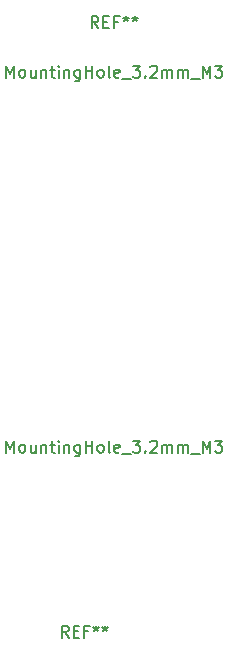
<source format=gbr>
%TF.GenerationSoftware,KiCad,Pcbnew,7.0.7*%
%TF.CreationDate,2023-09-12T23:40:55-05:00*%
%TF.ProjectId,Temps_South,54656d70-735f-4536-9f75-74682e6b6963,B*%
%TF.SameCoordinates,Original*%
%TF.FileFunction,AssemblyDrawing,Top*%
%FSLAX46Y46*%
G04 Gerber Fmt 4.6, Leading zero omitted, Abs format (unit mm)*
G04 Created by KiCad (PCBNEW 7.0.7) date 2023-09-12 23:40:55*
%MOMM*%
%LPD*%
G01*
G04 APERTURE LIST*
%ADD10C,0.150000*%
G04 APERTURE END LIST*
D10*
X108988352Y-64344819D02*
X108988352Y-63344819D01*
X108988352Y-63344819D02*
X109321685Y-64059104D01*
X109321685Y-64059104D02*
X109655018Y-63344819D01*
X109655018Y-63344819D02*
X109655018Y-64344819D01*
X110274066Y-64344819D02*
X110178828Y-64297200D01*
X110178828Y-64297200D02*
X110131209Y-64249580D01*
X110131209Y-64249580D02*
X110083590Y-64154342D01*
X110083590Y-64154342D02*
X110083590Y-63868628D01*
X110083590Y-63868628D02*
X110131209Y-63773390D01*
X110131209Y-63773390D02*
X110178828Y-63725771D01*
X110178828Y-63725771D02*
X110274066Y-63678152D01*
X110274066Y-63678152D02*
X110416923Y-63678152D01*
X110416923Y-63678152D02*
X110512161Y-63725771D01*
X110512161Y-63725771D02*
X110559780Y-63773390D01*
X110559780Y-63773390D02*
X110607399Y-63868628D01*
X110607399Y-63868628D02*
X110607399Y-64154342D01*
X110607399Y-64154342D02*
X110559780Y-64249580D01*
X110559780Y-64249580D02*
X110512161Y-64297200D01*
X110512161Y-64297200D02*
X110416923Y-64344819D01*
X110416923Y-64344819D02*
X110274066Y-64344819D01*
X111464542Y-63678152D02*
X111464542Y-64344819D01*
X111035971Y-63678152D02*
X111035971Y-64201961D01*
X111035971Y-64201961D02*
X111083590Y-64297200D01*
X111083590Y-64297200D02*
X111178828Y-64344819D01*
X111178828Y-64344819D02*
X111321685Y-64344819D01*
X111321685Y-64344819D02*
X111416923Y-64297200D01*
X111416923Y-64297200D02*
X111464542Y-64249580D01*
X111940733Y-63678152D02*
X111940733Y-64344819D01*
X111940733Y-63773390D02*
X111988352Y-63725771D01*
X111988352Y-63725771D02*
X112083590Y-63678152D01*
X112083590Y-63678152D02*
X112226447Y-63678152D01*
X112226447Y-63678152D02*
X112321685Y-63725771D01*
X112321685Y-63725771D02*
X112369304Y-63821009D01*
X112369304Y-63821009D02*
X112369304Y-64344819D01*
X112702638Y-63678152D02*
X113083590Y-63678152D01*
X112845495Y-63344819D02*
X112845495Y-64201961D01*
X112845495Y-64201961D02*
X112893114Y-64297200D01*
X112893114Y-64297200D02*
X112988352Y-64344819D01*
X112988352Y-64344819D02*
X113083590Y-64344819D01*
X113416924Y-64344819D02*
X113416924Y-63678152D01*
X113416924Y-63344819D02*
X113369305Y-63392438D01*
X113369305Y-63392438D02*
X113416924Y-63440057D01*
X113416924Y-63440057D02*
X113464543Y-63392438D01*
X113464543Y-63392438D02*
X113416924Y-63344819D01*
X113416924Y-63344819D02*
X113416924Y-63440057D01*
X113893114Y-63678152D02*
X113893114Y-64344819D01*
X113893114Y-63773390D02*
X113940733Y-63725771D01*
X113940733Y-63725771D02*
X114035971Y-63678152D01*
X114035971Y-63678152D02*
X114178828Y-63678152D01*
X114178828Y-63678152D02*
X114274066Y-63725771D01*
X114274066Y-63725771D02*
X114321685Y-63821009D01*
X114321685Y-63821009D02*
X114321685Y-64344819D01*
X115226447Y-63678152D02*
X115226447Y-64487676D01*
X115226447Y-64487676D02*
X115178828Y-64582914D01*
X115178828Y-64582914D02*
X115131209Y-64630533D01*
X115131209Y-64630533D02*
X115035971Y-64678152D01*
X115035971Y-64678152D02*
X114893114Y-64678152D01*
X114893114Y-64678152D02*
X114797876Y-64630533D01*
X115226447Y-64297200D02*
X115131209Y-64344819D01*
X115131209Y-64344819D02*
X114940733Y-64344819D01*
X114940733Y-64344819D02*
X114845495Y-64297200D01*
X114845495Y-64297200D02*
X114797876Y-64249580D01*
X114797876Y-64249580D02*
X114750257Y-64154342D01*
X114750257Y-64154342D02*
X114750257Y-63868628D01*
X114750257Y-63868628D02*
X114797876Y-63773390D01*
X114797876Y-63773390D02*
X114845495Y-63725771D01*
X114845495Y-63725771D02*
X114940733Y-63678152D01*
X114940733Y-63678152D02*
X115131209Y-63678152D01*
X115131209Y-63678152D02*
X115226447Y-63725771D01*
X115702638Y-64344819D02*
X115702638Y-63344819D01*
X115702638Y-63821009D02*
X116274066Y-63821009D01*
X116274066Y-64344819D02*
X116274066Y-63344819D01*
X116893114Y-64344819D02*
X116797876Y-64297200D01*
X116797876Y-64297200D02*
X116750257Y-64249580D01*
X116750257Y-64249580D02*
X116702638Y-64154342D01*
X116702638Y-64154342D02*
X116702638Y-63868628D01*
X116702638Y-63868628D02*
X116750257Y-63773390D01*
X116750257Y-63773390D02*
X116797876Y-63725771D01*
X116797876Y-63725771D02*
X116893114Y-63678152D01*
X116893114Y-63678152D02*
X117035971Y-63678152D01*
X117035971Y-63678152D02*
X117131209Y-63725771D01*
X117131209Y-63725771D02*
X117178828Y-63773390D01*
X117178828Y-63773390D02*
X117226447Y-63868628D01*
X117226447Y-63868628D02*
X117226447Y-64154342D01*
X117226447Y-64154342D02*
X117178828Y-64249580D01*
X117178828Y-64249580D02*
X117131209Y-64297200D01*
X117131209Y-64297200D02*
X117035971Y-64344819D01*
X117035971Y-64344819D02*
X116893114Y-64344819D01*
X117797876Y-64344819D02*
X117702638Y-64297200D01*
X117702638Y-64297200D02*
X117655019Y-64201961D01*
X117655019Y-64201961D02*
X117655019Y-63344819D01*
X118559781Y-64297200D02*
X118464543Y-64344819D01*
X118464543Y-64344819D02*
X118274067Y-64344819D01*
X118274067Y-64344819D02*
X118178829Y-64297200D01*
X118178829Y-64297200D02*
X118131210Y-64201961D01*
X118131210Y-64201961D02*
X118131210Y-63821009D01*
X118131210Y-63821009D02*
X118178829Y-63725771D01*
X118178829Y-63725771D02*
X118274067Y-63678152D01*
X118274067Y-63678152D02*
X118464543Y-63678152D01*
X118464543Y-63678152D02*
X118559781Y-63725771D01*
X118559781Y-63725771D02*
X118607400Y-63821009D01*
X118607400Y-63821009D02*
X118607400Y-63916247D01*
X118607400Y-63916247D02*
X118131210Y-64011485D01*
X118797877Y-64440057D02*
X119559781Y-64440057D01*
X119702639Y-63344819D02*
X120321686Y-63344819D01*
X120321686Y-63344819D02*
X119988353Y-63725771D01*
X119988353Y-63725771D02*
X120131210Y-63725771D01*
X120131210Y-63725771D02*
X120226448Y-63773390D01*
X120226448Y-63773390D02*
X120274067Y-63821009D01*
X120274067Y-63821009D02*
X120321686Y-63916247D01*
X120321686Y-63916247D02*
X120321686Y-64154342D01*
X120321686Y-64154342D02*
X120274067Y-64249580D01*
X120274067Y-64249580D02*
X120226448Y-64297200D01*
X120226448Y-64297200D02*
X120131210Y-64344819D01*
X120131210Y-64344819D02*
X119845496Y-64344819D01*
X119845496Y-64344819D02*
X119750258Y-64297200D01*
X119750258Y-64297200D02*
X119702639Y-64249580D01*
X120750258Y-64249580D02*
X120797877Y-64297200D01*
X120797877Y-64297200D02*
X120750258Y-64344819D01*
X120750258Y-64344819D02*
X120702639Y-64297200D01*
X120702639Y-64297200D02*
X120750258Y-64249580D01*
X120750258Y-64249580D02*
X120750258Y-64344819D01*
X121178829Y-63440057D02*
X121226448Y-63392438D01*
X121226448Y-63392438D02*
X121321686Y-63344819D01*
X121321686Y-63344819D02*
X121559781Y-63344819D01*
X121559781Y-63344819D02*
X121655019Y-63392438D01*
X121655019Y-63392438D02*
X121702638Y-63440057D01*
X121702638Y-63440057D02*
X121750257Y-63535295D01*
X121750257Y-63535295D02*
X121750257Y-63630533D01*
X121750257Y-63630533D02*
X121702638Y-63773390D01*
X121702638Y-63773390D02*
X121131210Y-64344819D01*
X121131210Y-64344819D02*
X121750257Y-64344819D01*
X122178829Y-64344819D02*
X122178829Y-63678152D01*
X122178829Y-63773390D02*
X122226448Y-63725771D01*
X122226448Y-63725771D02*
X122321686Y-63678152D01*
X122321686Y-63678152D02*
X122464543Y-63678152D01*
X122464543Y-63678152D02*
X122559781Y-63725771D01*
X122559781Y-63725771D02*
X122607400Y-63821009D01*
X122607400Y-63821009D02*
X122607400Y-64344819D01*
X122607400Y-63821009D02*
X122655019Y-63725771D01*
X122655019Y-63725771D02*
X122750257Y-63678152D01*
X122750257Y-63678152D02*
X122893114Y-63678152D01*
X122893114Y-63678152D02*
X122988353Y-63725771D01*
X122988353Y-63725771D02*
X123035972Y-63821009D01*
X123035972Y-63821009D02*
X123035972Y-64344819D01*
X123512162Y-64344819D02*
X123512162Y-63678152D01*
X123512162Y-63773390D02*
X123559781Y-63725771D01*
X123559781Y-63725771D02*
X123655019Y-63678152D01*
X123655019Y-63678152D02*
X123797876Y-63678152D01*
X123797876Y-63678152D02*
X123893114Y-63725771D01*
X123893114Y-63725771D02*
X123940733Y-63821009D01*
X123940733Y-63821009D02*
X123940733Y-64344819D01*
X123940733Y-63821009D02*
X123988352Y-63725771D01*
X123988352Y-63725771D02*
X124083590Y-63678152D01*
X124083590Y-63678152D02*
X124226447Y-63678152D01*
X124226447Y-63678152D02*
X124321686Y-63725771D01*
X124321686Y-63725771D02*
X124369305Y-63821009D01*
X124369305Y-63821009D02*
X124369305Y-64344819D01*
X124607400Y-64440057D02*
X125369304Y-64440057D01*
X125607400Y-64344819D02*
X125607400Y-63344819D01*
X125607400Y-63344819D02*
X125940733Y-64059104D01*
X125940733Y-64059104D02*
X126274066Y-63344819D01*
X126274066Y-63344819D02*
X126274066Y-64344819D01*
X126655019Y-63344819D02*
X127274066Y-63344819D01*
X127274066Y-63344819D02*
X126940733Y-63725771D01*
X126940733Y-63725771D02*
X127083590Y-63725771D01*
X127083590Y-63725771D02*
X127178828Y-63773390D01*
X127178828Y-63773390D02*
X127226447Y-63821009D01*
X127226447Y-63821009D02*
X127274066Y-63916247D01*
X127274066Y-63916247D02*
X127274066Y-64154342D01*
X127274066Y-64154342D02*
X127226447Y-64249580D01*
X127226447Y-64249580D02*
X127178828Y-64297200D01*
X127178828Y-64297200D02*
X127083590Y-64344819D01*
X127083590Y-64344819D02*
X126797876Y-64344819D01*
X126797876Y-64344819D02*
X126702638Y-64297200D01*
X126702638Y-64297200D02*
X126655019Y-64249580D01*
X116774066Y-60144819D02*
X116440733Y-59668628D01*
X116202638Y-60144819D02*
X116202638Y-59144819D01*
X116202638Y-59144819D02*
X116583590Y-59144819D01*
X116583590Y-59144819D02*
X116678828Y-59192438D01*
X116678828Y-59192438D02*
X116726447Y-59240057D01*
X116726447Y-59240057D02*
X116774066Y-59335295D01*
X116774066Y-59335295D02*
X116774066Y-59478152D01*
X116774066Y-59478152D02*
X116726447Y-59573390D01*
X116726447Y-59573390D02*
X116678828Y-59621009D01*
X116678828Y-59621009D02*
X116583590Y-59668628D01*
X116583590Y-59668628D02*
X116202638Y-59668628D01*
X117202638Y-59621009D02*
X117535971Y-59621009D01*
X117678828Y-60144819D02*
X117202638Y-60144819D01*
X117202638Y-60144819D02*
X117202638Y-59144819D01*
X117202638Y-59144819D02*
X117678828Y-59144819D01*
X118440733Y-59621009D02*
X118107400Y-59621009D01*
X118107400Y-60144819D02*
X118107400Y-59144819D01*
X118107400Y-59144819D02*
X118583590Y-59144819D01*
X119107400Y-59144819D02*
X119107400Y-59382914D01*
X118869305Y-59287676D02*
X119107400Y-59382914D01*
X119107400Y-59382914D02*
X119345495Y-59287676D01*
X118964543Y-59573390D02*
X119107400Y-59382914D01*
X119107400Y-59382914D02*
X119250257Y-59573390D01*
X119869305Y-59144819D02*
X119869305Y-59382914D01*
X119631210Y-59287676D02*
X119869305Y-59382914D01*
X119869305Y-59382914D02*
X120107400Y-59287676D01*
X119726448Y-59573390D02*
X119869305Y-59382914D01*
X119869305Y-59382914D02*
X120012162Y-59573390D01*
X108988352Y-96094819D02*
X108988352Y-95094819D01*
X108988352Y-95094819D02*
X109321685Y-95809104D01*
X109321685Y-95809104D02*
X109655018Y-95094819D01*
X109655018Y-95094819D02*
X109655018Y-96094819D01*
X110274066Y-96094819D02*
X110178828Y-96047200D01*
X110178828Y-96047200D02*
X110131209Y-95999580D01*
X110131209Y-95999580D02*
X110083590Y-95904342D01*
X110083590Y-95904342D02*
X110083590Y-95618628D01*
X110083590Y-95618628D02*
X110131209Y-95523390D01*
X110131209Y-95523390D02*
X110178828Y-95475771D01*
X110178828Y-95475771D02*
X110274066Y-95428152D01*
X110274066Y-95428152D02*
X110416923Y-95428152D01*
X110416923Y-95428152D02*
X110512161Y-95475771D01*
X110512161Y-95475771D02*
X110559780Y-95523390D01*
X110559780Y-95523390D02*
X110607399Y-95618628D01*
X110607399Y-95618628D02*
X110607399Y-95904342D01*
X110607399Y-95904342D02*
X110559780Y-95999580D01*
X110559780Y-95999580D02*
X110512161Y-96047200D01*
X110512161Y-96047200D02*
X110416923Y-96094819D01*
X110416923Y-96094819D02*
X110274066Y-96094819D01*
X111464542Y-95428152D02*
X111464542Y-96094819D01*
X111035971Y-95428152D02*
X111035971Y-95951961D01*
X111035971Y-95951961D02*
X111083590Y-96047200D01*
X111083590Y-96047200D02*
X111178828Y-96094819D01*
X111178828Y-96094819D02*
X111321685Y-96094819D01*
X111321685Y-96094819D02*
X111416923Y-96047200D01*
X111416923Y-96047200D02*
X111464542Y-95999580D01*
X111940733Y-95428152D02*
X111940733Y-96094819D01*
X111940733Y-95523390D02*
X111988352Y-95475771D01*
X111988352Y-95475771D02*
X112083590Y-95428152D01*
X112083590Y-95428152D02*
X112226447Y-95428152D01*
X112226447Y-95428152D02*
X112321685Y-95475771D01*
X112321685Y-95475771D02*
X112369304Y-95571009D01*
X112369304Y-95571009D02*
X112369304Y-96094819D01*
X112702638Y-95428152D02*
X113083590Y-95428152D01*
X112845495Y-95094819D02*
X112845495Y-95951961D01*
X112845495Y-95951961D02*
X112893114Y-96047200D01*
X112893114Y-96047200D02*
X112988352Y-96094819D01*
X112988352Y-96094819D02*
X113083590Y-96094819D01*
X113416924Y-96094819D02*
X113416924Y-95428152D01*
X113416924Y-95094819D02*
X113369305Y-95142438D01*
X113369305Y-95142438D02*
X113416924Y-95190057D01*
X113416924Y-95190057D02*
X113464543Y-95142438D01*
X113464543Y-95142438D02*
X113416924Y-95094819D01*
X113416924Y-95094819D02*
X113416924Y-95190057D01*
X113893114Y-95428152D02*
X113893114Y-96094819D01*
X113893114Y-95523390D02*
X113940733Y-95475771D01*
X113940733Y-95475771D02*
X114035971Y-95428152D01*
X114035971Y-95428152D02*
X114178828Y-95428152D01*
X114178828Y-95428152D02*
X114274066Y-95475771D01*
X114274066Y-95475771D02*
X114321685Y-95571009D01*
X114321685Y-95571009D02*
X114321685Y-96094819D01*
X115226447Y-95428152D02*
X115226447Y-96237676D01*
X115226447Y-96237676D02*
X115178828Y-96332914D01*
X115178828Y-96332914D02*
X115131209Y-96380533D01*
X115131209Y-96380533D02*
X115035971Y-96428152D01*
X115035971Y-96428152D02*
X114893114Y-96428152D01*
X114893114Y-96428152D02*
X114797876Y-96380533D01*
X115226447Y-96047200D02*
X115131209Y-96094819D01*
X115131209Y-96094819D02*
X114940733Y-96094819D01*
X114940733Y-96094819D02*
X114845495Y-96047200D01*
X114845495Y-96047200D02*
X114797876Y-95999580D01*
X114797876Y-95999580D02*
X114750257Y-95904342D01*
X114750257Y-95904342D02*
X114750257Y-95618628D01*
X114750257Y-95618628D02*
X114797876Y-95523390D01*
X114797876Y-95523390D02*
X114845495Y-95475771D01*
X114845495Y-95475771D02*
X114940733Y-95428152D01*
X114940733Y-95428152D02*
X115131209Y-95428152D01*
X115131209Y-95428152D02*
X115226447Y-95475771D01*
X115702638Y-96094819D02*
X115702638Y-95094819D01*
X115702638Y-95571009D02*
X116274066Y-95571009D01*
X116274066Y-96094819D02*
X116274066Y-95094819D01*
X116893114Y-96094819D02*
X116797876Y-96047200D01*
X116797876Y-96047200D02*
X116750257Y-95999580D01*
X116750257Y-95999580D02*
X116702638Y-95904342D01*
X116702638Y-95904342D02*
X116702638Y-95618628D01*
X116702638Y-95618628D02*
X116750257Y-95523390D01*
X116750257Y-95523390D02*
X116797876Y-95475771D01*
X116797876Y-95475771D02*
X116893114Y-95428152D01*
X116893114Y-95428152D02*
X117035971Y-95428152D01*
X117035971Y-95428152D02*
X117131209Y-95475771D01*
X117131209Y-95475771D02*
X117178828Y-95523390D01*
X117178828Y-95523390D02*
X117226447Y-95618628D01*
X117226447Y-95618628D02*
X117226447Y-95904342D01*
X117226447Y-95904342D02*
X117178828Y-95999580D01*
X117178828Y-95999580D02*
X117131209Y-96047200D01*
X117131209Y-96047200D02*
X117035971Y-96094819D01*
X117035971Y-96094819D02*
X116893114Y-96094819D01*
X117797876Y-96094819D02*
X117702638Y-96047200D01*
X117702638Y-96047200D02*
X117655019Y-95951961D01*
X117655019Y-95951961D02*
X117655019Y-95094819D01*
X118559781Y-96047200D02*
X118464543Y-96094819D01*
X118464543Y-96094819D02*
X118274067Y-96094819D01*
X118274067Y-96094819D02*
X118178829Y-96047200D01*
X118178829Y-96047200D02*
X118131210Y-95951961D01*
X118131210Y-95951961D02*
X118131210Y-95571009D01*
X118131210Y-95571009D02*
X118178829Y-95475771D01*
X118178829Y-95475771D02*
X118274067Y-95428152D01*
X118274067Y-95428152D02*
X118464543Y-95428152D01*
X118464543Y-95428152D02*
X118559781Y-95475771D01*
X118559781Y-95475771D02*
X118607400Y-95571009D01*
X118607400Y-95571009D02*
X118607400Y-95666247D01*
X118607400Y-95666247D02*
X118131210Y-95761485D01*
X118797877Y-96190057D02*
X119559781Y-96190057D01*
X119702639Y-95094819D02*
X120321686Y-95094819D01*
X120321686Y-95094819D02*
X119988353Y-95475771D01*
X119988353Y-95475771D02*
X120131210Y-95475771D01*
X120131210Y-95475771D02*
X120226448Y-95523390D01*
X120226448Y-95523390D02*
X120274067Y-95571009D01*
X120274067Y-95571009D02*
X120321686Y-95666247D01*
X120321686Y-95666247D02*
X120321686Y-95904342D01*
X120321686Y-95904342D02*
X120274067Y-95999580D01*
X120274067Y-95999580D02*
X120226448Y-96047200D01*
X120226448Y-96047200D02*
X120131210Y-96094819D01*
X120131210Y-96094819D02*
X119845496Y-96094819D01*
X119845496Y-96094819D02*
X119750258Y-96047200D01*
X119750258Y-96047200D02*
X119702639Y-95999580D01*
X120750258Y-95999580D02*
X120797877Y-96047200D01*
X120797877Y-96047200D02*
X120750258Y-96094819D01*
X120750258Y-96094819D02*
X120702639Y-96047200D01*
X120702639Y-96047200D02*
X120750258Y-95999580D01*
X120750258Y-95999580D02*
X120750258Y-96094819D01*
X121178829Y-95190057D02*
X121226448Y-95142438D01*
X121226448Y-95142438D02*
X121321686Y-95094819D01*
X121321686Y-95094819D02*
X121559781Y-95094819D01*
X121559781Y-95094819D02*
X121655019Y-95142438D01*
X121655019Y-95142438D02*
X121702638Y-95190057D01*
X121702638Y-95190057D02*
X121750257Y-95285295D01*
X121750257Y-95285295D02*
X121750257Y-95380533D01*
X121750257Y-95380533D02*
X121702638Y-95523390D01*
X121702638Y-95523390D02*
X121131210Y-96094819D01*
X121131210Y-96094819D02*
X121750257Y-96094819D01*
X122178829Y-96094819D02*
X122178829Y-95428152D01*
X122178829Y-95523390D02*
X122226448Y-95475771D01*
X122226448Y-95475771D02*
X122321686Y-95428152D01*
X122321686Y-95428152D02*
X122464543Y-95428152D01*
X122464543Y-95428152D02*
X122559781Y-95475771D01*
X122559781Y-95475771D02*
X122607400Y-95571009D01*
X122607400Y-95571009D02*
X122607400Y-96094819D01*
X122607400Y-95571009D02*
X122655019Y-95475771D01*
X122655019Y-95475771D02*
X122750257Y-95428152D01*
X122750257Y-95428152D02*
X122893114Y-95428152D01*
X122893114Y-95428152D02*
X122988353Y-95475771D01*
X122988353Y-95475771D02*
X123035972Y-95571009D01*
X123035972Y-95571009D02*
X123035972Y-96094819D01*
X123512162Y-96094819D02*
X123512162Y-95428152D01*
X123512162Y-95523390D02*
X123559781Y-95475771D01*
X123559781Y-95475771D02*
X123655019Y-95428152D01*
X123655019Y-95428152D02*
X123797876Y-95428152D01*
X123797876Y-95428152D02*
X123893114Y-95475771D01*
X123893114Y-95475771D02*
X123940733Y-95571009D01*
X123940733Y-95571009D02*
X123940733Y-96094819D01*
X123940733Y-95571009D02*
X123988352Y-95475771D01*
X123988352Y-95475771D02*
X124083590Y-95428152D01*
X124083590Y-95428152D02*
X124226447Y-95428152D01*
X124226447Y-95428152D02*
X124321686Y-95475771D01*
X124321686Y-95475771D02*
X124369305Y-95571009D01*
X124369305Y-95571009D02*
X124369305Y-96094819D01*
X124607400Y-96190057D02*
X125369304Y-96190057D01*
X125607400Y-96094819D02*
X125607400Y-95094819D01*
X125607400Y-95094819D02*
X125940733Y-95809104D01*
X125940733Y-95809104D02*
X126274066Y-95094819D01*
X126274066Y-95094819D02*
X126274066Y-96094819D01*
X126655019Y-95094819D02*
X127274066Y-95094819D01*
X127274066Y-95094819D02*
X126940733Y-95475771D01*
X126940733Y-95475771D02*
X127083590Y-95475771D01*
X127083590Y-95475771D02*
X127178828Y-95523390D01*
X127178828Y-95523390D02*
X127226447Y-95571009D01*
X127226447Y-95571009D02*
X127274066Y-95666247D01*
X127274066Y-95666247D02*
X127274066Y-95904342D01*
X127274066Y-95904342D02*
X127226447Y-95999580D01*
X127226447Y-95999580D02*
X127178828Y-96047200D01*
X127178828Y-96047200D02*
X127083590Y-96094819D01*
X127083590Y-96094819D02*
X126797876Y-96094819D01*
X126797876Y-96094819D02*
X126702638Y-96047200D01*
X126702638Y-96047200D02*
X126655019Y-95999580D01*
X114259466Y-111757619D02*
X113926133Y-111281428D01*
X113688038Y-111757619D02*
X113688038Y-110757619D01*
X113688038Y-110757619D02*
X114068990Y-110757619D01*
X114068990Y-110757619D02*
X114164228Y-110805238D01*
X114164228Y-110805238D02*
X114211847Y-110852857D01*
X114211847Y-110852857D02*
X114259466Y-110948095D01*
X114259466Y-110948095D02*
X114259466Y-111090952D01*
X114259466Y-111090952D02*
X114211847Y-111186190D01*
X114211847Y-111186190D02*
X114164228Y-111233809D01*
X114164228Y-111233809D02*
X114068990Y-111281428D01*
X114068990Y-111281428D02*
X113688038Y-111281428D01*
X114688038Y-111233809D02*
X115021371Y-111233809D01*
X115164228Y-111757619D02*
X114688038Y-111757619D01*
X114688038Y-111757619D02*
X114688038Y-110757619D01*
X114688038Y-110757619D02*
X115164228Y-110757619D01*
X115926133Y-111233809D02*
X115592800Y-111233809D01*
X115592800Y-111757619D02*
X115592800Y-110757619D01*
X115592800Y-110757619D02*
X116068990Y-110757619D01*
X116592800Y-110757619D02*
X116592800Y-110995714D01*
X116354705Y-110900476D02*
X116592800Y-110995714D01*
X116592800Y-110995714D02*
X116830895Y-110900476D01*
X116449943Y-111186190D02*
X116592800Y-110995714D01*
X116592800Y-110995714D02*
X116735657Y-111186190D01*
X117354705Y-110757619D02*
X117354705Y-110995714D01*
X117116610Y-110900476D02*
X117354705Y-110995714D01*
X117354705Y-110995714D02*
X117592800Y-110900476D01*
X117211848Y-111186190D02*
X117354705Y-110995714D01*
X117354705Y-110995714D02*
X117497562Y-111186190D01*
M02*

</source>
